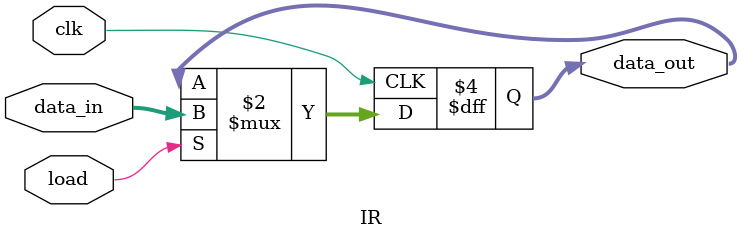
<source format=v>
module IR(data_in,load,clk,data_out);
input [7:0] data_in;
input clk,load;
output reg [7:0] data_out;
always@(posedge clk)
begin
	if(load)
		begin
			data_out<=data_in;
		end
end
endmodule
</source>
